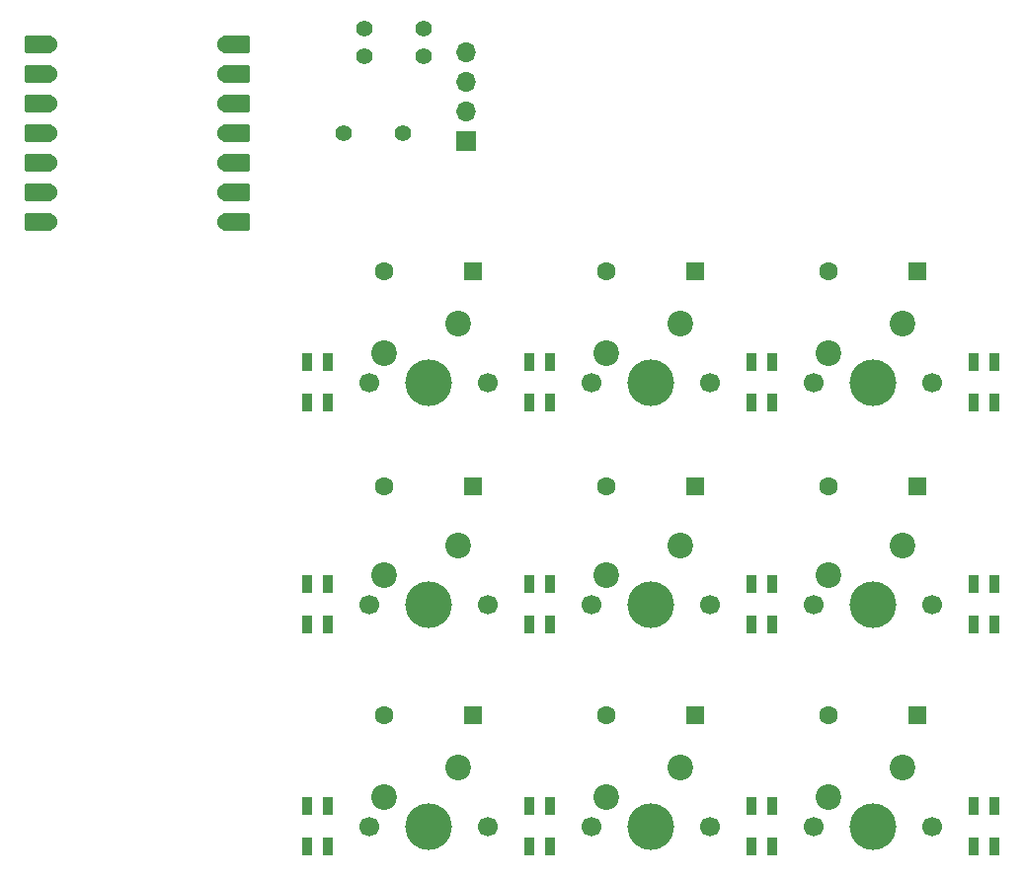
<source format=gbr>
%TF.GenerationSoftware,KiCad,Pcbnew,9.0.6*%
%TF.CreationDate,2025-12-07T14:47:39+00:00*%
%TF.ProjectId,RP-00,52502d30-302e-46b6-9963-61645f706362,rev?*%
%TF.SameCoordinates,Original*%
%TF.FileFunction,Soldermask,Top*%
%TF.FilePolarity,Negative*%
%FSLAX46Y46*%
G04 Gerber Fmt 4.6, Leading zero omitted, Abs format (unit mm)*
G04 Created by KiCad (PCBNEW 9.0.6) date 2025-12-07 14:47:39*
%MOMM*%
%LPD*%
G01*
G04 APERTURE LIST*
G04 Aperture macros list*
%AMRoundRect*
0 Rectangle with rounded corners*
0 $1 Rounding radius*
0 $2 $3 $4 $5 $6 $7 $8 $9 X,Y pos of 4 corners*
0 Add a 4 corners polygon primitive as box body*
4,1,4,$2,$3,$4,$5,$6,$7,$8,$9,$2,$3,0*
0 Add four circle primitives for the rounded corners*
1,1,$1+$1,$2,$3*
1,1,$1+$1,$4,$5*
1,1,$1+$1,$6,$7*
1,1,$1+$1,$8,$9*
0 Add four rect primitives between the rounded corners*
20,1,$1+$1,$2,$3,$4,$5,0*
20,1,$1+$1,$4,$5,$6,$7,0*
20,1,$1+$1,$6,$7,$8,$9,0*
20,1,$1+$1,$8,$9,$2,$3,0*%
G04 Aperture macros list end*
%ADD10C,1.400000*%
%ADD11R,0.850000X1.600000*%
%ADD12C,1.700000*%
%ADD13C,4.000000*%
%ADD14C,2.200000*%
%ADD15RoundRect,0.152400X1.063600X0.609600X-1.063600X0.609600X-1.063600X-0.609600X1.063600X-0.609600X0*%
%ADD16C,1.524000*%
%ADD17RoundRect,0.152400X-1.063600X-0.609600X1.063600X-0.609600X1.063600X0.609600X-1.063600X0.609600X0*%
%ADD18R,1.700000X1.700000*%
%ADD19O,1.700000X1.700000*%
%ADD20RoundRect,0.250000X0.550000X0.550000X-0.550000X0.550000X-0.550000X-0.550000X0.550000X-0.550000X0*%
%ADD21C,1.600000*%
G04 APERTURE END LIST*
D10*
%TO.C,R1*%
X106045000Y-50165150D03*
X111125000Y-50165150D03*
%TD*%
D11*
%TO.C,D11*%
X142797528Y-107946306D03*
X141047528Y-107946306D03*
X141047528Y-111446306D03*
X142797528Y-111446306D03*
%TD*%
%TO.C,D9*%
X104697496Y-107946306D03*
X102947496Y-107946306D03*
X102947496Y-111446306D03*
X104697496Y-111446306D03*
%TD*%
D10*
%TO.C,R2*%
X112910900Y-43616550D03*
X107830900Y-43616550D03*
%TD*%
D11*
%TO.C,D10*%
X123747512Y-107946306D03*
X121997512Y-107946306D03*
X121997512Y-111446306D03*
X123747512Y-111446306D03*
%TD*%
D12*
%TO.C,SW6*%
X127318000Y-109697250D03*
D13*
X132398000Y-109697250D03*
D12*
X137478000Y-109697250D03*
D14*
X134938000Y-104617250D03*
X128588000Y-107157250D03*
%TD*%
D12*
%TO.C,SW4*%
X127318000Y-71597250D03*
D13*
X132398000Y-71597250D03*
D12*
X137478000Y-71597250D03*
D14*
X134938000Y-66517250D03*
X128588000Y-69057250D03*
%TD*%
D10*
%TO.C,R3*%
X112910900Y-41235350D03*
X107830900Y-41235350D03*
%TD*%
D15*
%TO.C,U1*%
X79889800Y-42544850D03*
D16*
X80724800Y-42544850D03*
D15*
X79889800Y-45084850D03*
D16*
X80724800Y-45084850D03*
D15*
X79889800Y-47624850D03*
D16*
X80724800Y-47624850D03*
D15*
X79889800Y-50164850D03*
D16*
X80724800Y-50164850D03*
D15*
X79889800Y-52704850D03*
D16*
X80724800Y-52704850D03*
D15*
X79889800Y-55244850D03*
D16*
X80724800Y-55244850D03*
D15*
X79889800Y-57784850D03*
D16*
X80724800Y-57784850D03*
X95964800Y-57784850D03*
D17*
X96799800Y-57784850D03*
D16*
X95964800Y-55244850D03*
D17*
X96799800Y-55244850D03*
D16*
X95964800Y-52704850D03*
D17*
X96799800Y-52704850D03*
D16*
X95964800Y-50164850D03*
D17*
X96799800Y-50164850D03*
D16*
X95964800Y-47624850D03*
D17*
X96799800Y-47624850D03*
D16*
X95964800Y-45084850D03*
D17*
X96799800Y-45084850D03*
D16*
X95964800Y-42544850D03*
D17*
X96799800Y-42544850D03*
%TD*%
D11*
%TO.C,D2*%
X123747512Y-69846274D03*
X121997512Y-69846274D03*
X121997512Y-73346274D03*
X123747512Y-73346274D03*
%TD*%
D12*
%TO.C,SW5*%
X127318000Y-90647250D03*
D13*
X132398000Y-90647250D03*
D12*
X137478000Y-90647250D03*
D14*
X134938000Y-85567250D03*
X128588000Y-88107250D03*
%TD*%
D12*
%TO.C,SW9*%
X146368000Y-109697250D03*
D13*
X151448000Y-109697250D03*
D12*
X156528000Y-109697250D03*
D14*
X153988000Y-104617250D03*
X147638000Y-107157250D03*
%TD*%
D11*
%TO.C,D5*%
X104697496Y-88896290D03*
X102947496Y-88896290D03*
X102947496Y-92396290D03*
X104697496Y-92396290D03*
%TD*%
%TO.C,D12*%
X161847544Y-107946306D03*
X160097544Y-107946306D03*
X160097544Y-111446306D03*
X161847544Y-111446306D03*
%TD*%
D18*
%TO.C,J1*%
X116567900Y-50883350D03*
D19*
X116567900Y-48343350D03*
X116567900Y-45803350D03*
X116567900Y-43263350D03*
%TD*%
D11*
%TO.C,D3*%
X142797528Y-69846274D03*
X141047528Y-69846274D03*
X141047528Y-73346274D03*
X142797528Y-73346274D03*
%TD*%
%TO.C,D7*%
X142797528Y-88896290D03*
X141047528Y-88896290D03*
X141047528Y-92396290D03*
X142797528Y-92396290D03*
%TD*%
D12*
%TO.C,SW2*%
X108268000Y-90647250D03*
D13*
X113348000Y-90647250D03*
D12*
X118428000Y-90647250D03*
D14*
X115888000Y-85567250D03*
X109538000Y-88107250D03*
%TD*%
D12*
%TO.C,SW8*%
X146368000Y-90647250D03*
D13*
X151448000Y-90647250D03*
D12*
X156528000Y-90647250D03*
D14*
X153988000Y-85567250D03*
X147638000Y-88107250D03*
%TD*%
D12*
%TO.C,SW3*%
X108268000Y-109697250D03*
D13*
X113348000Y-109697250D03*
D12*
X118428000Y-109697250D03*
D14*
X115888000Y-104617250D03*
X109538000Y-107157250D03*
%TD*%
D12*
%TO.C,SW1*%
X108268000Y-71597250D03*
D13*
X113348000Y-71597250D03*
D12*
X118428000Y-71597250D03*
D14*
X115888000Y-66517250D03*
X109538000Y-69057250D03*
%TD*%
D12*
%TO.C,SW7*%
X146368000Y-71597250D03*
D13*
X151448000Y-71597250D03*
D12*
X156528000Y-71597250D03*
D14*
X153988000Y-66517250D03*
X147638000Y-69057250D03*
%TD*%
D11*
%TO.C,D8*%
X161847544Y-88896290D03*
X160097544Y-88896290D03*
X160097544Y-92396290D03*
X161847544Y-92396290D03*
%TD*%
%TO.C,D6*%
X123747512Y-88896290D03*
X121997512Y-88896290D03*
X121997512Y-92396290D03*
X123747512Y-92396290D03*
%TD*%
%TO.C,D1*%
X104697496Y-69846274D03*
X102947496Y-69846274D03*
X102947496Y-73346274D03*
X104697496Y-73346274D03*
%TD*%
%TO.C,D4*%
X161847544Y-69846274D03*
X160097544Y-69846274D03*
X160097544Y-73346274D03*
X161847544Y-73346274D03*
%TD*%
D20*
%TO.C,Diode3*%
X117157984Y-100171298D03*
D21*
X109537984Y-100171298D03*
%TD*%
D20*
%TO.C,Diode9*%
X155258016Y-100171298D03*
D21*
X147638016Y-100171298D03*
%TD*%
D20*
%TO.C,Diode8*%
X155258016Y-80525969D03*
D21*
X147638016Y-80525969D03*
%TD*%
D20*
%TO.C,Diode1*%
X117157504Y-62071266D03*
D21*
X109537504Y-62071266D03*
%TD*%
D20*
%TO.C,Diode4*%
X136208000Y-62071266D03*
D21*
X128588000Y-62071266D03*
%TD*%
D20*
%TO.C,Diode2*%
X117157984Y-80525969D03*
D21*
X109537984Y-80525969D03*
%TD*%
D20*
%TO.C,Diode5*%
X136208000Y-80525969D03*
D21*
X128588000Y-80525969D03*
%TD*%
D20*
%TO.C,Diode6*%
X136208000Y-100171298D03*
D21*
X128588000Y-100171298D03*
%TD*%
D20*
%TO.C,Diode7*%
X155258016Y-62071266D03*
D21*
X147638016Y-62071266D03*
%TD*%
M02*

</source>
